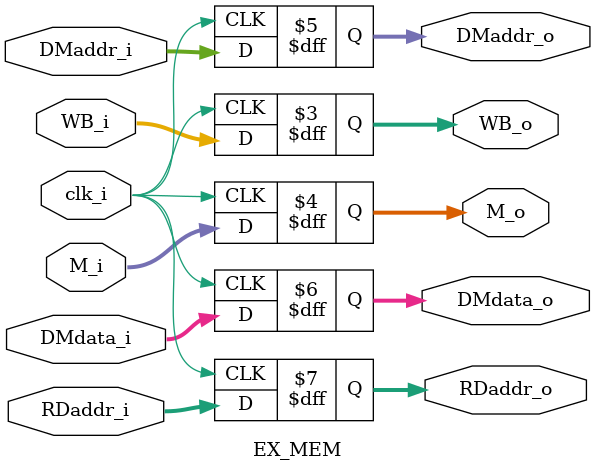
<source format=v>
module EX_MEM
(
	clk_i,
	WB_i,//control signal
	M_i,//control signal
	DMaddr_i,
	DMdata_i,
	RDaddr_i,
	WB_o,//control signal
	M_o,//control signal
	DMaddr_o,
	DMdata_o,
	RDaddr_o
);

// Ports
input				clk_i;
input	[1:0]		WB_i;//control signal
input	[1:0]		M_i;//control signal
input	[31:0]		DMaddr_i;
input	[31:0]		DMdata_i;
input	[4:0]		RDaddr_i;
output	[1:0]		WB_o;//control signal
output	[1:0]		M_o;//control signal
output	[31:0]		DMaddr_o;
output	[31:0]		DMdata_o;
output	[4:0]		RDaddr_o;

// Wires & Registers
reg		[1:0]		WB_o;//control signal
reg		[1:0]		M_o;//control signal
reg		[31:0]		DMaddr_o;
reg		[31:0]		DMdata_o;
reg		[4:0]		RDaddr_o;

initial begin
	WB_o = 2'd0;
	M_o = 2'd0;
	DMaddr_o = 32'd0;
	DMdata_o = 32'd0;
	RDaddr_o = 5'd0;
end
 
always@(posedge clk_i) begin
	WB_o <= WB_i;//control signal
	M_o <= M_i;//control signal
	DMaddr_o <= DMaddr_i;
	DMdata_o <= DMdata_i;
	RDaddr_o <= RDaddr_i;
end
   
endmodule
</source>
